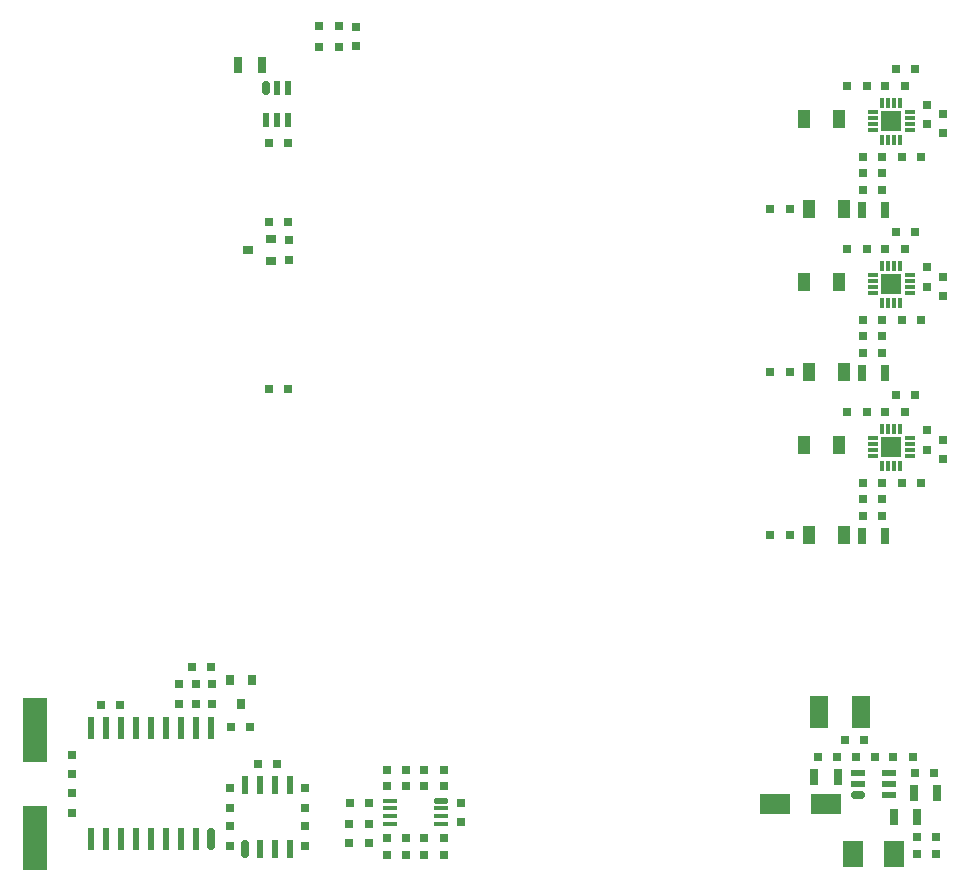
<source format=gbp>
G04*
G04 #@! TF.GenerationSoftware,Altium Limited,Altium Designer,22.1.2 (22)*
G04*
G04 Layer_Color=128*
%FSAX44Y44*%
%MOMM*%
G71*
G04*
G04 #@! TF.SameCoordinates,AEE1FB78-7808-4CFB-96B9-68BC2BEC934A*
G04*
G04*
G04 #@! TF.FilePolarity,Positive*
G04*
G01*
G75*
%ADD18R,0.8000X0.8000*%
%ADD19R,0.8000X0.8000*%
%ADD35R,1.1500X0.4500*%
G04:AMPARAMS|DCode=36|XSize=1.15mm|YSize=0.45mm|CornerRadius=0.1125mm|HoleSize=0mm|Usage=FLASHONLY|Rotation=180.000|XOffset=0mm|YOffset=0mm|HoleType=Round|Shape=RoundedRectangle|*
%AMROUNDEDRECTD36*
21,1,1.1500,0.2250,0,0,180.0*
21,1,0.9250,0.4500,0,0,180.0*
1,1,0.2250,-0.4625,0.1125*
1,1,0.2250,0.4625,0.1125*
1,1,0.2250,0.4625,-0.1125*
1,1,0.2250,-0.4625,-0.1125*
%
%ADD36ROUNDEDRECTD36*%
%ADD37R,2.0000X5.5000*%
G04:AMPARAMS|DCode=38|XSize=0.3mm|YSize=0.9mm|CornerRadius=0.075mm|HoleSize=0mm|Usage=FLASHONLY|Rotation=90.000|XOffset=0mm|YOffset=0mm|HoleType=Round|Shape=RoundedRectangle|*
%AMROUNDEDRECTD38*
21,1,0.3000,0.7500,0,0,90.0*
21,1,0.1500,0.9000,0,0,90.0*
1,1,0.1500,0.3750,0.0750*
1,1,0.1500,0.3750,-0.0750*
1,1,0.1500,-0.3750,-0.0750*
1,1,0.1500,-0.3750,0.0750*
%
%ADD38ROUNDEDRECTD38*%
%ADD39R,0.9000X0.3000*%
%ADD40R,0.3000X0.9000*%
%ADD41R,1.7000X1.7000*%
%ADD42R,1.0000X1.6000*%
%ADD43R,0.8000X1.4000*%
%ADD44R,1.7000X2.3000*%
%ADD45R,1.2000X0.6000*%
G04:AMPARAMS|DCode=46|XSize=0.6mm|YSize=1.2mm|CornerRadius=0.15mm|HoleSize=0mm|Usage=FLASHONLY|Rotation=270.000|XOffset=0mm|YOffset=0mm|HoleType=Round|Shape=RoundedRectangle|*
%AMROUNDEDRECTD46*
21,1,0.6000,0.9000,0,0,270.0*
21,1,0.3000,1.2000,0,0,270.0*
1,1,0.3000,-0.4500,-0.1500*
1,1,0.3000,-0.4500,0.1500*
1,1,0.3000,0.4500,0.1500*
1,1,0.3000,0.4500,-0.1500*
%
%ADD46ROUNDEDRECTD46*%
%ADD47R,1.5000X2.8000*%
%ADD48R,0.8000X0.9500*%
%ADD49R,0.6000X1.5500*%
G04:AMPARAMS|DCode=50|XSize=1.55mm|YSize=0.6mm|CornerRadius=0.15mm|HoleSize=0mm|Usage=FLASHONLY|Rotation=270.000|XOffset=0mm|YOffset=0mm|HoleType=Round|Shape=RoundedRectangle|*
%AMROUNDEDRECTD50*
21,1,1.5500,0.3000,0,0,270.0*
21,1,1.2500,0.6000,0,0,270.0*
1,1,0.3000,-0.1500,-0.6250*
1,1,0.3000,-0.1500,0.6250*
1,1,0.3000,0.1500,0.6250*
1,1,0.3000,0.1500,-0.6250*
%
%ADD50ROUNDEDRECTD50*%
G04:AMPARAMS|DCode=51|XSize=1.9mm|YSize=0.6mm|CornerRadius=0.15mm|HoleSize=0mm|Usage=FLASHONLY|Rotation=90.000|XOffset=0mm|YOffset=0mm|HoleType=Round|Shape=RoundedRectangle|*
%AMROUNDEDRECTD51*
21,1,1.9000,0.3000,0,0,90.0*
21,1,1.6000,0.6000,0,0,90.0*
1,1,0.3000,0.1500,0.8000*
1,1,0.3000,0.1500,-0.8000*
1,1,0.3000,-0.1500,-0.8000*
1,1,0.3000,-0.1500,0.8000*
%
%ADD51ROUNDEDRECTD51*%
%ADD52R,0.6000X1.9000*%
%ADD53R,0.9500X0.8000*%
%ADD54R,0.6000X1.2000*%
G04:AMPARAMS|DCode=55|XSize=0.6mm|YSize=1.2mm|CornerRadius=0.15mm|HoleSize=0mm|Usage=FLASHONLY|Rotation=180.000|XOffset=0mm|YOffset=0mm|HoleType=Round|Shape=RoundedRectangle|*
%AMROUNDEDRECTD55*
21,1,0.6000,0.9000,0,0,180.0*
21,1,0.3000,1.2000,0,0,180.0*
1,1,0.3000,-0.1500,0.4500*
1,1,0.3000,0.1500,0.4500*
1,1,0.3000,0.1500,-0.4500*
1,1,0.3000,-0.1500,-0.4500*
%
%ADD55ROUNDEDRECTD55*%
%ADD56R,2.6500X1.7500*%
D18*
X00196000Y00159750D02*
D03*
Y00176250D02*
D03*
X00786000Y00787250D02*
D03*
X00786000Y00770750D02*
D03*
X00800000Y00779250D02*
D03*
X00800000Y00762750D02*
D03*
X00786000Y00649250D02*
D03*
Y00632750D02*
D03*
X00800000Y00641250D02*
D03*
Y00624750D02*
D03*
X00786000Y00511250D02*
D03*
Y00494750D02*
D03*
X00800000Y00503250D02*
D03*
Y00486750D02*
D03*
X00062000Y00236500D02*
D03*
Y00220000D02*
D03*
Y00187750D02*
D03*
X00062000Y00204250D02*
D03*
X00196000Y00208250D02*
D03*
X00196000Y00191750D02*
D03*
X00297000Y00161750D02*
D03*
X00297000Y00178250D02*
D03*
X00260000Y00208250D02*
D03*
X00260000Y00191750D02*
D03*
X00260000Y00176250D02*
D03*
X00260000Y00159750D02*
D03*
X00314000Y00161750D02*
D03*
Y00178250D02*
D03*
X00392000Y00196250D02*
D03*
X00392000Y00179750D02*
D03*
X00167000Y00296250D02*
D03*
Y00279750D02*
D03*
X00181000Y00279750D02*
D03*
X00181000Y00296250D02*
D03*
X00153000D02*
D03*
Y00279750D02*
D03*
X00246000Y00672250D02*
D03*
Y00655750D02*
D03*
X00303000Y00853250D02*
D03*
Y00836750D02*
D03*
D19*
X00345250Y00210000D02*
D03*
X00328750D02*
D03*
X00718750Y00803000D02*
D03*
X00735250D02*
D03*
X00750750D02*
D03*
X00767250D02*
D03*
X00759750Y00817000D02*
D03*
X00776250D02*
D03*
X00731750Y00743000D02*
D03*
X00748250D02*
D03*
X00731750Y00715000D02*
D03*
X00748250D02*
D03*
X00731750Y00729000D02*
D03*
X00748250D02*
D03*
X00764750Y00743000D02*
D03*
X00781250D02*
D03*
X00759750Y00679000D02*
D03*
X00776250Y00679000D02*
D03*
X00718750Y00665000D02*
D03*
X00735250D02*
D03*
X00750750D02*
D03*
X00767250D02*
D03*
X00731750Y00605000D02*
D03*
X00748250D02*
D03*
X00764750Y00605000D02*
D03*
X00781250Y00605000D02*
D03*
X00731750Y00591000D02*
D03*
X00748250D02*
D03*
X00731750Y00577000D02*
D03*
X00748250D02*
D03*
X00759750Y00541000D02*
D03*
X00776250Y00541000D02*
D03*
X00718750Y00527000D02*
D03*
X00735250D02*
D03*
X00653750Y00699000D02*
D03*
X00670250D02*
D03*
X00750750Y00527000D02*
D03*
X00767250D02*
D03*
X00653750Y00561000D02*
D03*
X00670250D02*
D03*
X00731750Y00467000D02*
D03*
X00748250D02*
D03*
X00764750Y00467000D02*
D03*
X00781250Y00467000D02*
D03*
X00731750Y00453000D02*
D03*
X00748250D02*
D03*
X00731750Y00439000D02*
D03*
X00748250D02*
D03*
X00653750Y00423000D02*
D03*
X00670250D02*
D03*
X00774250Y00235000D02*
D03*
X00757750D02*
D03*
X00775750Y00221000D02*
D03*
X00792250D02*
D03*
X00794250Y00167000D02*
D03*
X00777750D02*
D03*
X00794250Y00153000D02*
D03*
X00777750Y00153000D02*
D03*
X00733250Y00249000D02*
D03*
X00716750D02*
D03*
X00742250Y00235000D02*
D03*
X00725750D02*
D03*
X00693750D02*
D03*
X00710250D02*
D03*
X00360750Y00224000D02*
D03*
X00377250Y00224000D02*
D03*
Y00210000D02*
D03*
X00360750D02*
D03*
X00345250Y00224000D02*
D03*
X00328750Y00224000D02*
D03*
X00314250Y00196000D02*
D03*
X00297750Y00196000D02*
D03*
X00328750Y00166000D02*
D03*
X00345250D02*
D03*
X00377250D02*
D03*
X00360750D02*
D03*
X00345250Y00152000D02*
D03*
X00328750D02*
D03*
X00360750D02*
D03*
X00377250D02*
D03*
X00236250Y00229000D02*
D03*
X00219750Y00229000D02*
D03*
X00196750Y00260000D02*
D03*
X00213250Y00260000D02*
D03*
X00163750Y00311000D02*
D03*
X00180250Y00311000D02*
D03*
X00103250Y00279000D02*
D03*
X00086750Y00279000D02*
D03*
X00228750Y00546000D02*
D03*
X00245250D02*
D03*
Y00688000D02*
D03*
X00228750D02*
D03*
X00228750Y00755000D02*
D03*
X00245250D02*
D03*
X00288250Y00854000D02*
D03*
X00271750D02*
D03*
Y00836000D02*
D03*
X00288250D02*
D03*
D35*
X00331250Y00197750D02*
D03*
Y00191250D02*
D03*
Y00184750D02*
D03*
Y00178250D02*
D03*
X00374750D02*
D03*
Y00184750D02*
D03*
Y00191250D02*
D03*
D36*
Y00197750D02*
D03*
D37*
X00031000Y00166000D02*
D03*
Y00258000D02*
D03*
D38*
X00771500Y00780500D02*
D03*
Y00642500D02*
D03*
Y00504500D02*
D03*
D39*
Y00775500D02*
D03*
Y00770500D02*
D03*
Y00765500D02*
D03*
X00740500D02*
D03*
Y00770500D02*
D03*
Y00775500D02*
D03*
Y00780500D02*
D03*
X00771500Y00637500D02*
D03*
Y00632500D02*
D03*
Y00627500D02*
D03*
X00740500D02*
D03*
Y00632500D02*
D03*
Y00637500D02*
D03*
Y00642500D02*
D03*
X00771500Y00499500D02*
D03*
Y00494500D02*
D03*
Y00489500D02*
D03*
X00740500D02*
D03*
Y00494500D02*
D03*
Y00499500D02*
D03*
Y00504500D02*
D03*
D40*
X00763500Y00757500D02*
D03*
X00758500D02*
D03*
X00753500D02*
D03*
X00748500D02*
D03*
Y00788500D02*
D03*
X00753500D02*
D03*
X00758500D02*
D03*
X00763500D02*
D03*
Y00619500D02*
D03*
X00758500D02*
D03*
X00753500D02*
D03*
X00748500D02*
D03*
Y00650500D02*
D03*
X00753500Y00650500D02*
D03*
X00758500D02*
D03*
X00763500Y00650500D02*
D03*
Y00481500D02*
D03*
X00758500D02*
D03*
X00753500D02*
D03*
X00748500D02*
D03*
Y00512500D02*
D03*
X00753500Y00512500D02*
D03*
X00758500D02*
D03*
X00763500Y00512500D02*
D03*
D41*
X00756000Y00773000D02*
D03*
Y00635000D02*
D03*
Y00497000D02*
D03*
D42*
X00712000Y00775000D02*
D03*
X00682000D02*
D03*
X00686000Y00699000D02*
D03*
X00716000D02*
D03*
X00712000Y00637000D02*
D03*
X00682000D02*
D03*
X00686000Y00561000D02*
D03*
X00716000D02*
D03*
X00712000Y00499000D02*
D03*
X00682000D02*
D03*
X00686000Y00423000D02*
D03*
X00716000D02*
D03*
D43*
X00731000Y00698000D02*
D03*
X00751000D02*
D03*
X00731000Y00560000D02*
D03*
X00751000Y00560000D02*
D03*
X00731000Y00422000D02*
D03*
X00751000Y00422000D02*
D03*
X00775000Y00204000D02*
D03*
X00795000D02*
D03*
X00778000Y00184000D02*
D03*
X00758000Y00184000D02*
D03*
X00691000Y00218000D02*
D03*
X00711000D02*
D03*
X00223000Y00821000D02*
D03*
X00203000D02*
D03*
D44*
X00758500Y00153000D02*
D03*
X00723500Y00153000D02*
D03*
D45*
X00754500Y00202500D02*
D03*
Y00212000D02*
D03*
Y00221500D02*
D03*
X00727500Y00221500D02*
D03*
X00727500Y00212000D02*
D03*
D46*
X00727500Y00202500D02*
D03*
D47*
X00695250Y00273000D02*
D03*
X00730750D02*
D03*
D48*
X00205500Y00280000D02*
D03*
X00215000Y00300000D02*
D03*
X00196000D02*
D03*
D49*
X00234350Y00211000D02*
D03*
X00221650Y00157000D02*
D03*
X00234350D02*
D03*
X00247050D02*
D03*
X00208950Y00211000D02*
D03*
X00221650Y00211000D02*
D03*
X00247050Y00211000D02*
D03*
D50*
X00208950Y00157000D02*
D03*
D51*
X00179800Y00165000D02*
D03*
D52*
X00078200D02*
D03*
X00090900D02*
D03*
X00103600Y00165000D02*
D03*
X00116300Y00165000D02*
D03*
X00129000D02*
D03*
X00141700D02*
D03*
X00154400Y00165000D02*
D03*
X00167100Y00165000D02*
D03*
X00078200Y00259000D02*
D03*
X00103600Y00259000D02*
D03*
X00090900D02*
D03*
X00154400Y00259000D02*
D03*
X00141700Y00259000D02*
D03*
X00129000Y00259000D02*
D03*
X00116300Y00259000D02*
D03*
X00167100Y00259000D02*
D03*
X00179800Y00259000D02*
D03*
D53*
X00231000Y00673500D02*
D03*
X00211000Y00664000D02*
D03*
X00231000Y00654500D02*
D03*
D54*
X00226500Y00774500D02*
D03*
X00236000Y00774500D02*
D03*
X00245500Y00774500D02*
D03*
Y00801500D02*
D03*
X00236000Y00801500D02*
D03*
D55*
X00226500Y00801500D02*
D03*
D56*
X00657500Y00195000D02*
D03*
X00700500D02*
D03*
M02*

</source>
